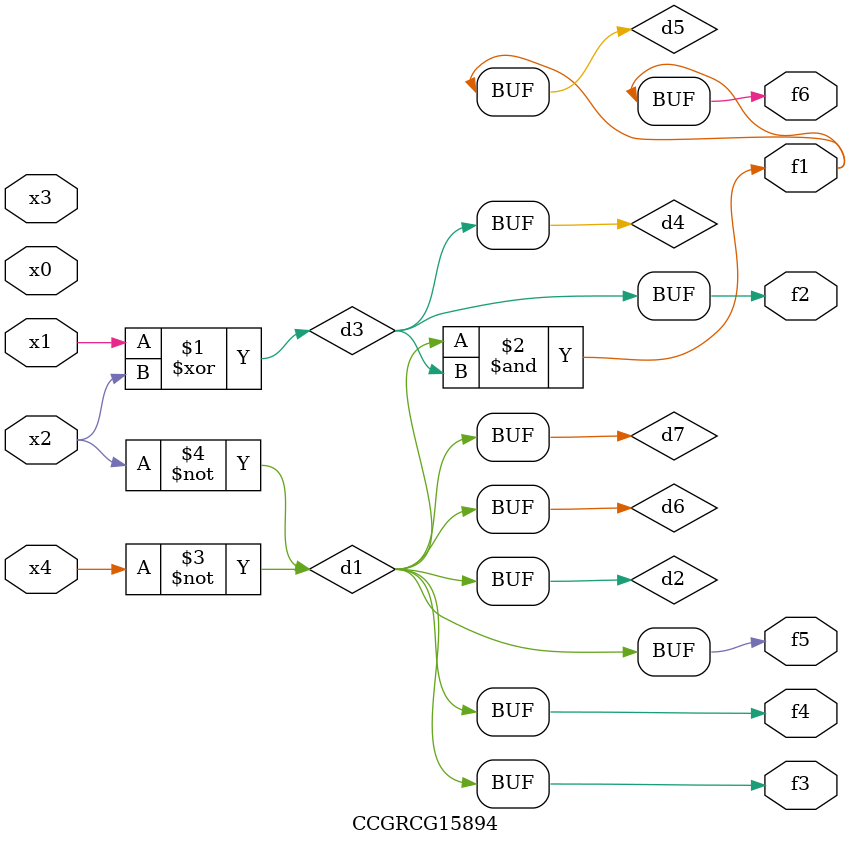
<source format=v>
module CCGRCG15894(
	input x0, x1, x2, x3, x4,
	output f1, f2, f3, f4, f5, f6
);

	wire d1, d2, d3, d4, d5, d6, d7;

	not (d1, x4);
	not (d2, x2);
	xor (d3, x1, x2);
	buf (d4, d3);
	and (d5, d1, d3);
	buf (d6, d1, d2);
	buf (d7, d2);
	assign f1 = d5;
	assign f2 = d4;
	assign f3 = d7;
	assign f4 = d7;
	assign f5 = d7;
	assign f6 = d5;
endmodule

</source>
